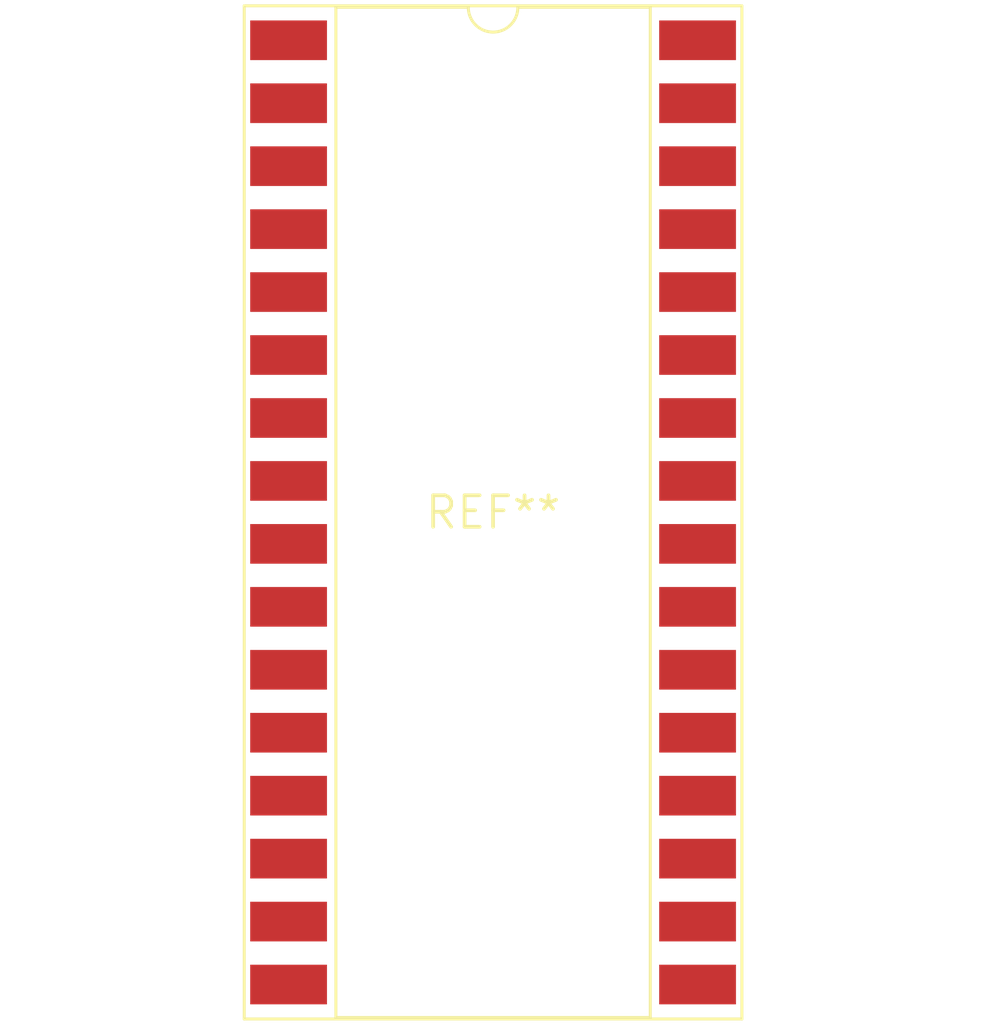
<source format=kicad_pcb>
(kicad_pcb (version 20240108) (generator pcbnew)
  (layers (0 "F.Cu" signal) (31 "B.Cu" signal) (34 "B.Paste" user) (35 "F.Paste" user) (36 "B.SilkS" user "B.Silkscreen") (37 "F.SilkS" user "F.Silkscreen") (38 "B.Mask" user) (39 "F.Mask" user) (44 "Edge.Cuts" user))
  (net 0 "")
  (footprint "DIP-32_W16.51mm_SMDSocket_LongPads" (layer "F.Cu") (at 0 0)
    (property "Reference" "REF**")
    (property "Value" "DIP-32_W16.51mm_SMDSocket_LongPads")
    (fp_line (start -10.045 -20.44) (end -10.045 20.44) (layer "F.SilkS") (stroke (width 0.12)))
    (fp_line (start -10.045 20.44) (end 10.045 20.44) (layer "F.SilkS") (stroke (width 0.12)))
    (fp_line (start -6.345 -20.38) (end -6.345 20.38) (layer "F.SilkS") (stroke (width 0.12)))
    (fp_line (start -6.345 20.38) (end 6.345 20.38) (layer "F.SilkS") (stroke (width 0.12)))
    (fp_line (start -1 -20.38) (end -6.345 -20.38) (layer "F.SilkS") (stroke (width 0.12)))
    (fp_line (start 6.345 -20.38) (end 1 -20.38) (layer "F.SilkS") (stroke (width 0.12)))
    (fp_line (start 6.345 20.38) (end 6.345 -20.38) (layer "F.SilkS") (stroke (width 0.12)))
    (fp_line (start 10.045 -20.44) (end -10.045 -20.44) (layer "F.SilkS") (stroke (width 0.12)))
    (fp_line (start 10.045 20.44) (end 10.045 -20.44) (layer "F.SilkS") (stroke (width 0.12)))
    (fp_arc (start 1 -20.38) (mid 0 -19.38) (end -1 -20.38) (layer "F.SilkS") (stroke (width 0.12)))
    (pad "1" smd rect (at -8.255 -19.05) (size 3.1 1.6) (layers "F.Cu" "F.Paste" "F.Mask"))
    (pad "2" smd rect (at -8.255 -16.51) (size 3.1 1.6) (layers "F.Cu" "F.Paste" "F.Mask"))
    (pad "3" smd rect (at -8.255 -13.97) (size 3.1 1.6) (layers "F.Cu" "F.Paste" "F.Mask"))
    (pad "4" smd rect (at -8.255 -11.43) (size 3.1 1.6) (layers "F.Cu" "F.Paste" "F.Mask"))
    (pad "5" smd rect (at -8.255 -8.89) (size 3.1 1.6) (layers "F.Cu" "F.Paste" "F.Mask"))
    (pad "6" smd rect (at -8.255 -6.35) (size 3.1 1.6) (layers "F.Cu" "F.Paste" "F.Mask"))
    (pad "7" smd rect (at -8.255 -3.81) (size 3.1 1.6) (layers "F.Cu" "F.Paste" "F.Mask"))
    (pad "8" smd rect (at -8.255 -1.27) (size 3.1 1.6) (layers "F.Cu" "F.Paste" "F.Mask"))
    (pad "9" smd rect (at -8.255 1.27) (size 3.1 1.6) (layers "F.Cu" "F.Paste" "F.Mask"))
    (pad "10" smd rect (at -8.255 3.81) (size 3.1 1.6) (layers "F.Cu" "F.Paste" "F.Mask"))
    (pad "11" smd rect (at -8.255 6.35) (size 3.1 1.6) (layers "F.Cu" "F.Paste" "F.Mask"))
    (pad "12" smd rect (at -8.255 8.89) (size 3.1 1.6) (layers "F.Cu" "F.Paste" "F.Mask"))
    (pad "13" smd rect (at -8.255 11.43) (size 3.1 1.6) (layers "F.Cu" "F.Paste" "F.Mask"))
    (pad "14" smd rect (at -8.255 13.97) (size 3.1 1.6) (layers "F.Cu" "F.Paste" "F.Mask"))
    (pad "15" smd rect (at -8.255 16.51) (size 3.1 1.6) (layers "F.Cu" "F.Paste" "F.Mask"))
    (pad "16" smd rect (at -8.255 19.05) (size 3.1 1.6) (layers "F.Cu" "F.Paste" "F.Mask"))
    (pad "17" smd rect (at 8.255 19.05) (size 3.1 1.6) (layers "F.Cu" "F.Paste" "F.Mask"))
    (pad "18" smd rect (at 8.255 16.51) (size 3.1 1.6) (layers "F.Cu" "F.Paste" "F.Mask"))
    (pad "19" smd rect (at 8.255 13.97) (size 3.1 1.6) (layers "F.Cu" "F.Paste" "F.Mask"))
    (pad "20" smd rect (at 8.255 11.43) (size 3.1 1.6) (layers "F.Cu" "F.Paste" "F.Mask"))
    (pad "21" smd rect (at 8.255 8.89) (size 3.1 1.6) (layers "F.Cu" "F.Paste" "F.Mask"))
    (pad "22" smd rect (at 8.255 6.35) (size 3.1 1.6) (layers "F.Cu" "F.Paste" "F.Mask"))
    (pad "23" smd rect (at 8.255 3.81) (size 3.1 1.6) (layers "F.Cu" "F.Paste" "F.Mask"))
    (pad "24" smd rect (at 8.255 1.27) (size 3.1 1.6) (layers "F.Cu" "F.Paste" "F.Mask"))
    (pad "25" smd rect (at 8.255 -1.27) (size 3.1 1.6) (layers "F.Cu" "F.Paste" "F.Mask"))
    (pad "26" smd rect (at 8.255 -3.81) (size 3.1 1.6) (layers "F.Cu" "F.Paste" "F.Mask"))
    (pad "27" smd rect (at 8.255 -6.35) (size 3.1 1.6) (layers "F.Cu" "F.Paste" "F.Mask"))
    (pad "28" smd rect (at 8.255 -8.89) (size 3.1 1.6) (layers "F.Cu" "F.Paste" "F.Mask"))
    (pad "29" smd rect (at 8.255 -11.43) (size 3.1 1.6) (layers "F.Cu" "F.Paste" "F.Mask"))
    (pad "30" smd rect (at 8.255 -13.97) (size 3.1 1.6) (layers "F.Cu" "F.Paste" "F.Mask"))
    (pad "31" smd rect (at 8.255 -16.51) (size 3.1 1.6) (layers "F.Cu" "F.Paste" "F.Mask"))
    (pad "32" smd rect (at 8.255 -19.05) (size 3.1 1.6) (layers "F.Cu" "F.Paste" "F.Mask"))
  )
)
</source>
